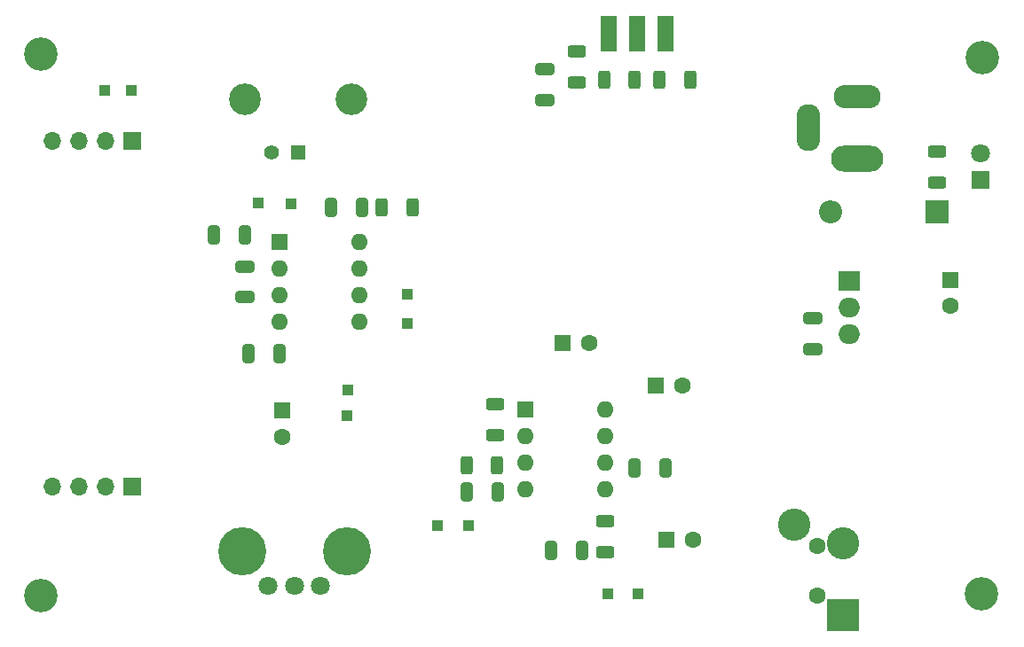
<source format=gbr>
%TF.GenerationSoftware,KiCad,Pcbnew,(6.0.7)*%
%TF.CreationDate,2022-11-13T20:04:36-05:00*%
%TF.ProjectId,DCR_MainBoard,4443525f-4d61-4696-9e42-6f6172642e6b,rev?*%
%TF.SameCoordinates,Original*%
%TF.FileFunction,Soldermask,Top*%
%TF.FilePolarity,Negative*%
%FSLAX46Y46*%
G04 Gerber Fmt 4.6, Leading zero omitted, Abs format (unit mm)*
G04 Created by KiCad (PCBNEW (6.0.7)) date 2022-11-13 20:04:36*
%MOMM*%
%LPD*%
G01*
G04 APERTURE LIST*
G04 Aperture macros list*
%AMRoundRect*
0 Rectangle with rounded corners*
0 $1 Rounding radius*
0 $2 $3 $4 $5 $6 $7 $8 $9 X,Y pos of 4 corners*
0 Add a 4 corners polygon primitive as box body*
4,1,4,$2,$3,$4,$5,$6,$7,$8,$9,$2,$3,0*
0 Add four circle primitives for the rounded corners*
1,1,$1+$1,$2,$3*
1,1,$1+$1,$4,$5*
1,1,$1+$1,$6,$7*
1,1,$1+$1,$8,$9*
0 Add four rect primitives between the rounded corners*
20,1,$1+$1,$2,$3,$4,$5,0*
20,1,$1+$1,$4,$5,$6,$7,0*
20,1,$1+$1,$6,$7,$8,$9,0*
20,1,$1+$1,$8,$9,$2,$3,0*%
G04 Aperture macros list end*
%ADD10R,1.000000X1.000000*%
%ADD11R,1.600000X1.600000*%
%ADD12C,1.600000*%
%ADD13RoundRect,0.250000X-0.325000X-0.650000X0.325000X-0.650000X0.325000X0.650000X-0.325000X0.650000X0*%
%ADD14O,5.000000X2.500000*%
%ADD15O,4.500000X2.250000*%
%ADD16O,2.250000X4.500000*%
%ADD17RoundRect,0.250000X-0.625000X0.312500X-0.625000X-0.312500X0.625000X-0.312500X0.625000X0.312500X0*%
%ADD18RoundRect,0.250000X-0.312500X-0.625000X0.312500X-0.625000X0.312500X0.625000X-0.312500X0.625000X0*%
%ADD19RoundRect,0.250000X-0.650000X0.325000X-0.650000X-0.325000X0.650000X-0.325000X0.650000X0.325000X0*%
%ADD20C,3.200000*%
%ADD21C,4.600000*%
%ADD22C,1.800000*%
%ADD23O,1.600000X1.600000*%
%ADD24R,2.000000X1.905000*%
%ADD25O,2.000000X1.905000*%
%ADD26RoundRect,0.250000X0.625000X-0.312500X0.625000X0.312500X-0.625000X0.312500X-0.625000X-0.312500X0*%
%ADD27RoundRect,0.250000X0.325000X0.650000X-0.325000X0.650000X-0.325000X-0.650000X0.325000X-0.650000X0*%
%ADD28R,1.398000X1.398000*%
%ADD29C,1.398000*%
%ADD30C,3.015000*%
%ADD31R,3.092000X3.092000*%
%ADD32C,3.092000*%
%ADD33RoundRect,0.250000X0.650000X-0.325000X0.650000X0.325000X-0.650000X0.325000X-0.650000X-0.325000X0*%
%ADD34R,1.500000X3.500000*%
%ADD35R,1.800000X1.800000*%
%ADD36R,2.200000X2.200000*%
%ADD37O,2.200000X2.200000*%
%ADD38R,1.700000X1.700000*%
%ADD39O,1.700000X1.700000*%
%ADD40RoundRect,0.250000X0.312500X0.625000X-0.312500X0.625000X-0.312500X-0.625000X0.312500X-0.625000X0*%
G04 APERTURE END LIST*
D10*
%TO.C,TG6*%
X79705200Y-78613000D03*
%TD*%
%TO.C,TG5*%
X60579000Y-52755800D03*
%TD*%
%TO.C,TG4*%
X63500000Y-72034400D03*
%TD*%
%TO.C,TG3*%
X54864000Y-61544200D03*
%TD*%
%TO.C,TG2*%
X46329600Y-41275000D03*
%TD*%
%TO.C,TG1*%
X31724600Y-30505400D03*
%TD*%
D11*
%TO.C,C7*%
X112435000Y-48601849D03*
D12*
X112435000Y-51101849D03*
%TD*%
D11*
%TO.C,C11*%
X84318000Y-58664000D03*
D12*
X86818000Y-58664000D03*
%TD*%
D13*
%TO.C,C8*%
X42162200Y-44297600D03*
X45112200Y-44297600D03*
%TD*%
D14*
%TO.C,J4*%
X103545000Y-37054500D03*
D15*
X103545000Y-31054500D03*
D16*
X98845000Y-34054500D03*
%TD*%
D17*
%TO.C,R7*%
X68960651Y-60503500D03*
X68960651Y-63428500D03*
%TD*%
D18*
%TO.C,R4*%
X79358500Y-29464000D03*
X82283500Y-29464000D03*
%TD*%
D19*
%TO.C,C2*%
X45120400Y-47303000D03*
X45120400Y-50253000D03*
%TD*%
D20*
%TO.C,H4*%
X115493800Y-27330400D03*
%TD*%
D21*
%TO.C,RV1*%
X54809000Y-74538000D03*
X44809000Y-74538000D03*
D22*
X47309000Y-77838000D03*
X49809000Y-77838000D03*
X52309000Y-77838000D03*
%TD*%
D20*
%TO.C,H3*%
X115366800Y-78587600D03*
%TD*%
D11*
%TO.C,U4*%
X71882000Y-60960000D03*
D23*
X71882000Y-63500000D03*
X71882000Y-66040000D03*
X71882000Y-68580000D03*
X79502000Y-68580000D03*
X79502000Y-66040000D03*
X79502000Y-63500000D03*
X79502000Y-60960000D03*
%TD*%
D20*
%TO.C,H2*%
X25654000Y-78740000D03*
%TD*%
D24*
%TO.C,U3*%
X102783000Y-48738500D03*
D25*
X102783000Y-51278500D03*
X102783000Y-53818500D03*
%TD*%
D26*
%TO.C,R8*%
X79492000Y-74604500D03*
X79492000Y-71679500D03*
%TD*%
D11*
%TO.C,C15*%
X85334000Y-73396000D03*
D12*
X87834000Y-73396000D03*
%TD*%
D10*
%TO.C,TP6*%
X82600800Y-78613000D03*
%TD*%
D19*
%TO.C,C6*%
X73709000Y-28497000D03*
X73709000Y-31447000D03*
%TD*%
D27*
%TO.C,C4*%
X69214651Y-68824000D03*
X66264651Y-68824000D03*
%TD*%
D20*
%TO.C,H1*%
X25654000Y-27051000D03*
%TD*%
D27*
%TO.C,C5*%
X56259900Y-41666000D03*
X53309900Y-41666000D03*
%TD*%
D28*
%TO.C,J1*%
X50215800Y-36450500D03*
D29*
X47675800Y-36450500D03*
D30*
X45135800Y-31370500D03*
X55295800Y-31370500D03*
%TD*%
D12*
%TO.C,J5*%
X99672000Y-74047000D03*
X99672000Y-78747000D03*
D31*
X102172000Y-80647000D03*
D32*
X102172000Y-73747000D03*
X97472000Y-71947000D03*
%TD*%
D10*
%TO.C,TP3*%
X54914800Y-59080400D03*
%TD*%
D26*
%TO.C,R3*%
X76757000Y-29718000D03*
X76757000Y-26793000D03*
%TD*%
D33*
%TO.C,C10*%
X99298000Y-55244500D03*
X99298000Y-52294500D03*
%TD*%
D18*
%TO.C,R1*%
X66228151Y-66284000D03*
X69153151Y-66284000D03*
%TD*%
D11*
%TO.C,C3*%
X48666400Y-61077349D03*
D12*
X48666400Y-63577349D03*
%TD*%
D11*
%TO.C,U2*%
X48422400Y-44968000D03*
D23*
X48422400Y-47508000D03*
X48422400Y-50048000D03*
X48422400Y-52588000D03*
X56042400Y-52588000D03*
X56042400Y-50048000D03*
X56042400Y-47508000D03*
X56042400Y-44968000D03*
%TD*%
D34*
%TO.C,J3*%
X82550000Y-25046500D03*
X85250000Y-25046500D03*
X79850000Y-25046500D03*
%TD*%
D27*
%TO.C,C14*%
X77293651Y-74412000D03*
X74343651Y-74412000D03*
%TD*%
D35*
%TO.C,D1*%
X115265200Y-39065200D03*
D22*
X115265200Y-36525200D03*
%TD*%
D36*
%TO.C,D2*%
X111165000Y-42134500D03*
D37*
X101005000Y-42134500D03*
%TD*%
D13*
%TO.C,C13*%
X82296000Y-66548000D03*
X85246000Y-66548000D03*
%TD*%
D27*
%TO.C,C1*%
X48363400Y-55626000D03*
X45413400Y-55626000D03*
%TD*%
D10*
%TO.C,TP4*%
X66446400Y-72034400D03*
%TD*%
D11*
%TO.C,C12*%
X75428000Y-54600000D03*
D12*
X77928000Y-54600000D03*
%TD*%
D10*
%TO.C,TP2*%
X49479200Y-41351200D03*
%TD*%
D18*
%TO.C,R5*%
X84631000Y-29464000D03*
X87556000Y-29464000D03*
%TD*%
D10*
%TO.C,TP1*%
X34239200Y-30530800D03*
%TD*%
D26*
%TO.C,R6*%
X111165000Y-39279000D03*
X111165000Y-36354000D03*
%TD*%
D38*
%TO.C,U1*%
X34361400Y-35306000D03*
D39*
X31821400Y-35306000D03*
X29281400Y-35306000D03*
X26741400Y-35306000D03*
X26695400Y-68326000D03*
X29235400Y-68326000D03*
X31775400Y-68326000D03*
D38*
X34315400Y-68326000D03*
%TD*%
D40*
%TO.C,R2*%
X61060900Y-41666000D03*
X58135900Y-41666000D03*
%TD*%
D10*
%TO.C,TP5*%
X60553600Y-49987200D03*
%TD*%
M02*

</source>
